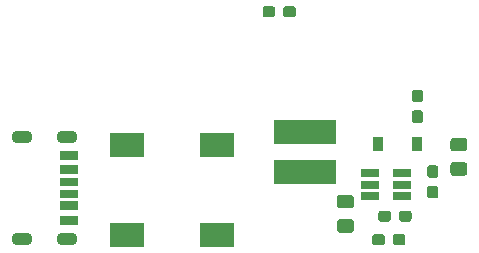
<source format=gtp>
G04 #@! TF.GenerationSoftware,KiCad,Pcbnew,(5.1.5-0)*
G04 #@! TF.CreationDate,2021-10-28T11:32:37-06:00*
G04 #@! TF.ProjectId,TPS61165-heater-v2,54505336-3131-4363-952d-686561746572,rev?*
G04 #@! TF.SameCoordinates,Original*
G04 #@! TF.FileFunction,Paste,Top*
G04 #@! TF.FilePolarity,Positive*
%FSLAX46Y46*%
G04 Gerber Fmt 4.6, Leading zero omitted, Abs format (unit mm)*
G04 Created by KiCad (PCBNEW (5.1.5-0)) date 2021-10-28 11:32:37*
%MOMM*%
%LPD*%
G04 APERTURE LIST*
%ADD10C,0.100000*%
%ADD11R,3.000000X2.000000*%
%ADD12R,1.560000X0.650000*%
%ADD13R,5.300000X2.000000*%
%ADD14O,1.800000X1.100000*%
%ADD15R,1.500000X0.800000*%
%ADD16R,1.500000X0.760000*%
%ADD17R,1.500000X0.700000*%
%ADD18R,0.900000X1.200000*%
G04 APERTURE END LIST*
D10*
G36*
X123124000Y-77850000D02*
G01*
X123124000Y-78650000D01*
X121626000Y-78650000D01*
X121626000Y-77850000D01*
X123124000Y-77850000D01*
G37*
G36*
X123124000Y-79100000D02*
G01*
X123124000Y-79860000D01*
X121626000Y-79860000D01*
X121626000Y-79100000D01*
X123124000Y-79100000D01*
G37*
G36*
X123124000Y-80149000D02*
G01*
X123124000Y-80850000D01*
X121626000Y-80850000D01*
X121626000Y-80149000D01*
X123124000Y-80149000D01*
G37*
G36*
X123124000Y-81150000D02*
G01*
X123124000Y-81851000D01*
X121626000Y-81851000D01*
X121626000Y-81150000D01*
X123124000Y-81150000D01*
G37*
G36*
X123124000Y-82140000D02*
G01*
X123124000Y-82900000D01*
X121626000Y-82900000D01*
X121626000Y-82140000D01*
X123124000Y-82140000D01*
G37*
G36*
X123124000Y-83349000D02*
G01*
X123124000Y-84150000D01*
X121626000Y-84150000D01*
X121626000Y-83349000D01*
X123124000Y-83349000D01*
G37*
D11*
X127300000Y-77390000D03*
X127300000Y-85010000D03*
X134900000Y-85010000D03*
X134900000Y-77390000D03*
D10*
G36*
X148910779Y-84926144D02*
G01*
X148933834Y-84929563D01*
X148956443Y-84935227D01*
X148978387Y-84943079D01*
X148999457Y-84953044D01*
X149019448Y-84965026D01*
X149038168Y-84978910D01*
X149055438Y-84994562D01*
X149071090Y-85011832D01*
X149084974Y-85030552D01*
X149096956Y-85050543D01*
X149106921Y-85071613D01*
X149114773Y-85093557D01*
X149120437Y-85116166D01*
X149123856Y-85139221D01*
X149125000Y-85162500D01*
X149125000Y-85637500D01*
X149123856Y-85660779D01*
X149120437Y-85683834D01*
X149114773Y-85706443D01*
X149106921Y-85728387D01*
X149096956Y-85749457D01*
X149084974Y-85769448D01*
X149071090Y-85788168D01*
X149055438Y-85805438D01*
X149038168Y-85821090D01*
X149019448Y-85834974D01*
X148999457Y-85846956D01*
X148978387Y-85856921D01*
X148956443Y-85864773D01*
X148933834Y-85870437D01*
X148910779Y-85873856D01*
X148887500Y-85875000D01*
X148312500Y-85875000D01*
X148289221Y-85873856D01*
X148266166Y-85870437D01*
X148243557Y-85864773D01*
X148221613Y-85856921D01*
X148200543Y-85846956D01*
X148180552Y-85834974D01*
X148161832Y-85821090D01*
X148144562Y-85805438D01*
X148128910Y-85788168D01*
X148115026Y-85769448D01*
X148103044Y-85749457D01*
X148093079Y-85728387D01*
X148085227Y-85706443D01*
X148079563Y-85683834D01*
X148076144Y-85660779D01*
X148075000Y-85637500D01*
X148075000Y-85162500D01*
X148076144Y-85139221D01*
X148079563Y-85116166D01*
X148085227Y-85093557D01*
X148093079Y-85071613D01*
X148103044Y-85050543D01*
X148115026Y-85030552D01*
X148128910Y-85011832D01*
X148144562Y-84994562D01*
X148161832Y-84978910D01*
X148180552Y-84965026D01*
X148200543Y-84953044D01*
X148221613Y-84943079D01*
X148243557Y-84935227D01*
X148266166Y-84929563D01*
X148289221Y-84926144D01*
X148312500Y-84925000D01*
X148887500Y-84925000D01*
X148910779Y-84926144D01*
G37*
G36*
X150660779Y-84926144D02*
G01*
X150683834Y-84929563D01*
X150706443Y-84935227D01*
X150728387Y-84943079D01*
X150749457Y-84953044D01*
X150769448Y-84965026D01*
X150788168Y-84978910D01*
X150805438Y-84994562D01*
X150821090Y-85011832D01*
X150834974Y-85030552D01*
X150846956Y-85050543D01*
X150856921Y-85071613D01*
X150864773Y-85093557D01*
X150870437Y-85116166D01*
X150873856Y-85139221D01*
X150875000Y-85162500D01*
X150875000Y-85637500D01*
X150873856Y-85660779D01*
X150870437Y-85683834D01*
X150864773Y-85706443D01*
X150856921Y-85728387D01*
X150846956Y-85749457D01*
X150834974Y-85769448D01*
X150821090Y-85788168D01*
X150805438Y-85805438D01*
X150788168Y-85821090D01*
X150769448Y-85834974D01*
X150749457Y-85846956D01*
X150728387Y-85856921D01*
X150706443Y-85864773D01*
X150683834Y-85870437D01*
X150660779Y-85873856D01*
X150637500Y-85875000D01*
X150062500Y-85875000D01*
X150039221Y-85873856D01*
X150016166Y-85870437D01*
X149993557Y-85864773D01*
X149971613Y-85856921D01*
X149950543Y-85846956D01*
X149930552Y-85834974D01*
X149911832Y-85821090D01*
X149894562Y-85805438D01*
X149878910Y-85788168D01*
X149865026Y-85769448D01*
X149853044Y-85749457D01*
X149843079Y-85728387D01*
X149835227Y-85706443D01*
X149829563Y-85683834D01*
X149826144Y-85660779D01*
X149825000Y-85637500D01*
X149825000Y-85162500D01*
X149826144Y-85139221D01*
X149829563Y-85116166D01*
X149835227Y-85093557D01*
X149843079Y-85071613D01*
X149853044Y-85050543D01*
X149865026Y-85030552D01*
X149878910Y-85011832D01*
X149894562Y-84994562D01*
X149911832Y-84978910D01*
X149930552Y-84965026D01*
X149950543Y-84953044D01*
X149971613Y-84943079D01*
X149993557Y-84935227D01*
X150016166Y-84929563D01*
X150039221Y-84926144D01*
X150062500Y-84925000D01*
X150637500Y-84925000D01*
X150660779Y-84926144D01*
G37*
G36*
X139635779Y-65626144D02*
G01*
X139658834Y-65629563D01*
X139681443Y-65635227D01*
X139703387Y-65643079D01*
X139724457Y-65653044D01*
X139744448Y-65665026D01*
X139763168Y-65678910D01*
X139780438Y-65694562D01*
X139796090Y-65711832D01*
X139809974Y-65730552D01*
X139821956Y-65750543D01*
X139831921Y-65771613D01*
X139839773Y-65793557D01*
X139845437Y-65816166D01*
X139848856Y-65839221D01*
X139850000Y-65862500D01*
X139850000Y-66337500D01*
X139848856Y-66360779D01*
X139845437Y-66383834D01*
X139839773Y-66406443D01*
X139831921Y-66428387D01*
X139821956Y-66449457D01*
X139809974Y-66469448D01*
X139796090Y-66488168D01*
X139780438Y-66505438D01*
X139763168Y-66521090D01*
X139744448Y-66534974D01*
X139724457Y-66546956D01*
X139703387Y-66556921D01*
X139681443Y-66564773D01*
X139658834Y-66570437D01*
X139635779Y-66573856D01*
X139612500Y-66575000D01*
X139037500Y-66575000D01*
X139014221Y-66573856D01*
X138991166Y-66570437D01*
X138968557Y-66564773D01*
X138946613Y-66556921D01*
X138925543Y-66546956D01*
X138905552Y-66534974D01*
X138886832Y-66521090D01*
X138869562Y-66505438D01*
X138853910Y-66488168D01*
X138840026Y-66469448D01*
X138828044Y-66449457D01*
X138818079Y-66428387D01*
X138810227Y-66406443D01*
X138804563Y-66383834D01*
X138801144Y-66360779D01*
X138800000Y-66337500D01*
X138800000Y-65862500D01*
X138801144Y-65839221D01*
X138804563Y-65816166D01*
X138810227Y-65793557D01*
X138818079Y-65771613D01*
X138828044Y-65750543D01*
X138840026Y-65730552D01*
X138853910Y-65711832D01*
X138869562Y-65694562D01*
X138886832Y-65678910D01*
X138905552Y-65665026D01*
X138925543Y-65653044D01*
X138946613Y-65643079D01*
X138968557Y-65635227D01*
X138991166Y-65629563D01*
X139014221Y-65626144D01*
X139037500Y-65625000D01*
X139612500Y-65625000D01*
X139635779Y-65626144D01*
G37*
G36*
X141385779Y-65626144D02*
G01*
X141408834Y-65629563D01*
X141431443Y-65635227D01*
X141453387Y-65643079D01*
X141474457Y-65653044D01*
X141494448Y-65665026D01*
X141513168Y-65678910D01*
X141530438Y-65694562D01*
X141546090Y-65711832D01*
X141559974Y-65730552D01*
X141571956Y-65750543D01*
X141581921Y-65771613D01*
X141589773Y-65793557D01*
X141595437Y-65816166D01*
X141598856Y-65839221D01*
X141600000Y-65862500D01*
X141600000Y-66337500D01*
X141598856Y-66360779D01*
X141595437Y-66383834D01*
X141589773Y-66406443D01*
X141581921Y-66428387D01*
X141571956Y-66449457D01*
X141559974Y-66469448D01*
X141546090Y-66488168D01*
X141530438Y-66505438D01*
X141513168Y-66521090D01*
X141494448Y-66534974D01*
X141474457Y-66546956D01*
X141453387Y-66556921D01*
X141431443Y-66564773D01*
X141408834Y-66570437D01*
X141385779Y-66573856D01*
X141362500Y-66575000D01*
X140787500Y-66575000D01*
X140764221Y-66573856D01*
X140741166Y-66570437D01*
X140718557Y-66564773D01*
X140696613Y-66556921D01*
X140675543Y-66546956D01*
X140655552Y-66534974D01*
X140636832Y-66521090D01*
X140619562Y-66505438D01*
X140603910Y-66488168D01*
X140590026Y-66469448D01*
X140578044Y-66449457D01*
X140568079Y-66428387D01*
X140560227Y-66406443D01*
X140554563Y-66383834D01*
X140551144Y-66360779D01*
X140550000Y-66337500D01*
X140550000Y-65862500D01*
X140551144Y-65839221D01*
X140554563Y-65816166D01*
X140560227Y-65793557D01*
X140568079Y-65771613D01*
X140578044Y-65750543D01*
X140590026Y-65730552D01*
X140603910Y-65711832D01*
X140619562Y-65694562D01*
X140636832Y-65678910D01*
X140655552Y-65665026D01*
X140675543Y-65653044D01*
X140696613Y-65643079D01*
X140718557Y-65635227D01*
X140741166Y-65629563D01*
X140764221Y-65626144D01*
X140787500Y-65625000D01*
X141362500Y-65625000D01*
X141385779Y-65626144D01*
G37*
D12*
X147880000Y-80730000D03*
X147880000Y-81680000D03*
X147880000Y-79780000D03*
X150580000Y-79780000D03*
X150580000Y-80730000D03*
X150580000Y-81680000D03*
D13*
X142400000Y-76300000D03*
X142400000Y-79700000D03*
D10*
G36*
X152160779Y-74451144D02*
G01*
X152183834Y-74454563D01*
X152206443Y-74460227D01*
X152228387Y-74468079D01*
X152249457Y-74478044D01*
X152269448Y-74490026D01*
X152288168Y-74503910D01*
X152305438Y-74519562D01*
X152321090Y-74536832D01*
X152334974Y-74555552D01*
X152346956Y-74575543D01*
X152356921Y-74596613D01*
X152364773Y-74618557D01*
X152370437Y-74641166D01*
X152373856Y-74664221D01*
X152375000Y-74687500D01*
X152375000Y-75262500D01*
X152373856Y-75285779D01*
X152370437Y-75308834D01*
X152364773Y-75331443D01*
X152356921Y-75353387D01*
X152346956Y-75374457D01*
X152334974Y-75394448D01*
X152321090Y-75413168D01*
X152305438Y-75430438D01*
X152288168Y-75446090D01*
X152269448Y-75459974D01*
X152249457Y-75471956D01*
X152228387Y-75481921D01*
X152206443Y-75489773D01*
X152183834Y-75495437D01*
X152160779Y-75498856D01*
X152137500Y-75500000D01*
X151662500Y-75500000D01*
X151639221Y-75498856D01*
X151616166Y-75495437D01*
X151593557Y-75489773D01*
X151571613Y-75481921D01*
X151550543Y-75471956D01*
X151530552Y-75459974D01*
X151511832Y-75446090D01*
X151494562Y-75430438D01*
X151478910Y-75413168D01*
X151465026Y-75394448D01*
X151453044Y-75374457D01*
X151443079Y-75353387D01*
X151435227Y-75331443D01*
X151429563Y-75308834D01*
X151426144Y-75285779D01*
X151425000Y-75262500D01*
X151425000Y-74687500D01*
X151426144Y-74664221D01*
X151429563Y-74641166D01*
X151435227Y-74618557D01*
X151443079Y-74596613D01*
X151453044Y-74575543D01*
X151465026Y-74555552D01*
X151478910Y-74536832D01*
X151494562Y-74519562D01*
X151511832Y-74503910D01*
X151530552Y-74490026D01*
X151550543Y-74478044D01*
X151571613Y-74468079D01*
X151593557Y-74460227D01*
X151616166Y-74454563D01*
X151639221Y-74451144D01*
X151662500Y-74450000D01*
X152137500Y-74450000D01*
X152160779Y-74451144D01*
G37*
G36*
X152160779Y-72701144D02*
G01*
X152183834Y-72704563D01*
X152206443Y-72710227D01*
X152228387Y-72718079D01*
X152249457Y-72728044D01*
X152269448Y-72740026D01*
X152288168Y-72753910D01*
X152305438Y-72769562D01*
X152321090Y-72786832D01*
X152334974Y-72805552D01*
X152346956Y-72825543D01*
X152356921Y-72846613D01*
X152364773Y-72868557D01*
X152370437Y-72891166D01*
X152373856Y-72914221D01*
X152375000Y-72937500D01*
X152375000Y-73512500D01*
X152373856Y-73535779D01*
X152370437Y-73558834D01*
X152364773Y-73581443D01*
X152356921Y-73603387D01*
X152346956Y-73624457D01*
X152334974Y-73644448D01*
X152321090Y-73663168D01*
X152305438Y-73680438D01*
X152288168Y-73696090D01*
X152269448Y-73709974D01*
X152249457Y-73721956D01*
X152228387Y-73731921D01*
X152206443Y-73739773D01*
X152183834Y-73745437D01*
X152160779Y-73748856D01*
X152137500Y-73750000D01*
X151662500Y-73750000D01*
X151639221Y-73748856D01*
X151616166Y-73745437D01*
X151593557Y-73739773D01*
X151571613Y-73731921D01*
X151550543Y-73721956D01*
X151530552Y-73709974D01*
X151511832Y-73696090D01*
X151494562Y-73680438D01*
X151478910Y-73663168D01*
X151465026Y-73644448D01*
X151453044Y-73624457D01*
X151443079Y-73603387D01*
X151435227Y-73581443D01*
X151429563Y-73558834D01*
X151426144Y-73535779D01*
X151425000Y-73512500D01*
X151425000Y-72937500D01*
X151426144Y-72914221D01*
X151429563Y-72891166D01*
X151435227Y-72868557D01*
X151443079Y-72846613D01*
X151453044Y-72825543D01*
X151465026Y-72805552D01*
X151478910Y-72786832D01*
X151494562Y-72769562D01*
X151511832Y-72753910D01*
X151530552Y-72740026D01*
X151550543Y-72728044D01*
X151571613Y-72718079D01*
X151593557Y-72710227D01*
X151616166Y-72704563D01*
X151639221Y-72701144D01*
X151662500Y-72700000D01*
X152137500Y-72700000D01*
X152160779Y-72701144D01*
G37*
G36*
X149435779Y-82926144D02*
G01*
X149458834Y-82929563D01*
X149481443Y-82935227D01*
X149503387Y-82943079D01*
X149524457Y-82953044D01*
X149544448Y-82965026D01*
X149563168Y-82978910D01*
X149580438Y-82994562D01*
X149596090Y-83011832D01*
X149609974Y-83030552D01*
X149621956Y-83050543D01*
X149631921Y-83071613D01*
X149639773Y-83093557D01*
X149645437Y-83116166D01*
X149648856Y-83139221D01*
X149650000Y-83162500D01*
X149650000Y-83637500D01*
X149648856Y-83660779D01*
X149645437Y-83683834D01*
X149639773Y-83706443D01*
X149631921Y-83728387D01*
X149621956Y-83749457D01*
X149609974Y-83769448D01*
X149596090Y-83788168D01*
X149580438Y-83805438D01*
X149563168Y-83821090D01*
X149544448Y-83834974D01*
X149524457Y-83846956D01*
X149503387Y-83856921D01*
X149481443Y-83864773D01*
X149458834Y-83870437D01*
X149435779Y-83873856D01*
X149412500Y-83875000D01*
X148837500Y-83875000D01*
X148814221Y-83873856D01*
X148791166Y-83870437D01*
X148768557Y-83864773D01*
X148746613Y-83856921D01*
X148725543Y-83846956D01*
X148705552Y-83834974D01*
X148686832Y-83821090D01*
X148669562Y-83805438D01*
X148653910Y-83788168D01*
X148640026Y-83769448D01*
X148628044Y-83749457D01*
X148618079Y-83728387D01*
X148610227Y-83706443D01*
X148604563Y-83683834D01*
X148601144Y-83660779D01*
X148600000Y-83637500D01*
X148600000Y-83162500D01*
X148601144Y-83139221D01*
X148604563Y-83116166D01*
X148610227Y-83093557D01*
X148618079Y-83071613D01*
X148628044Y-83050543D01*
X148640026Y-83030552D01*
X148653910Y-83011832D01*
X148669562Y-82994562D01*
X148686832Y-82978910D01*
X148705552Y-82965026D01*
X148725543Y-82953044D01*
X148746613Y-82943079D01*
X148768557Y-82935227D01*
X148791166Y-82929563D01*
X148814221Y-82926144D01*
X148837500Y-82925000D01*
X149412500Y-82925000D01*
X149435779Y-82926144D01*
G37*
G36*
X151185779Y-82926144D02*
G01*
X151208834Y-82929563D01*
X151231443Y-82935227D01*
X151253387Y-82943079D01*
X151274457Y-82953044D01*
X151294448Y-82965026D01*
X151313168Y-82978910D01*
X151330438Y-82994562D01*
X151346090Y-83011832D01*
X151359974Y-83030552D01*
X151371956Y-83050543D01*
X151381921Y-83071613D01*
X151389773Y-83093557D01*
X151395437Y-83116166D01*
X151398856Y-83139221D01*
X151400000Y-83162500D01*
X151400000Y-83637500D01*
X151398856Y-83660779D01*
X151395437Y-83683834D01*
X151389773Y-83706443D01*
X151381921Y-83728387D01*
X151371956Y-83749457D01*
X151359974Y-83769448D01*
X151346090Y-83788168D01*
X151330438Y-83805438D01*
X151313168Y-83821090D01*
X151294448Y-83834974D01*
X151274457Y-83846956D01*
X151253387Y-83856921D01*
X151231443Y-83864773D01*
X151208834Y-83870437D01*
X151185779Y-83873856D01*
X151162500Y-83875000D01*
X150587500Y-83875000D01*
X150564221Y-83873856D01*
X150541166Y-83870437D01*
X150518557Y-83864773D01*
X150496613Y-83856921D01*
X150475543Y-83846956D01*
X150455552Y-83834974D01*
X150436832Y-83821090D01*
X150419562Y-83805438D01*
X150403910Y-83788168D01*
X150390026Y-83769448D01*
X150378044Y-83749457D01*
X150368079Y-83728387D01*
X150360227Y-83706443D01*
X150354563Y-83683834D01*
X150351144Y-83660779D01*
X150350000Y-83637500D01*
X150350000Y-83162500D01*
X150351144Y-83139221D01*
X150354563Y-83116166D01*
X150360227Y-83093557D01*
X150368079Y-83071613D01*
X150378044Y-83050543D01*
X150390026Y-83030552D01*
X150403910Y-83011832D01*
X150419562Y-82994562D01*
X150436832Y-82978910D01*
X150455552Y-82965026D01*
X150475543Y-82953044D01*
X150496613Y-82943079D01*
X150518557Y-82935227D01*
X150541166Y-82929563D01*
X150564221Y-82926144D01*
X150587500Y-82925000D01*
X151162500Y-82925000D01*
X151185779Y-82926144D01*
G37*
D14*
X118425000Y-76680000D03*
X118425000Y-85320000D03*
X122225000Y-76680000D03*
X122225000Y-85320000D03*
D15*
X122375000Y-78250000D03*
D16*
X122375000Y-79480000D03*
D17*
X122375000Y-80500000D03*
X122375000Y-81500000D03*
D16*
X122375000Y-82520000D03*
D15*
X122375000Y-83750000D03*
D18*
X148550000Y-77300000D03*
X151850000Y-77300000D03*
D10*
G36*
X146274505Y-83651204D02*
G01*
X146298773Y-83654804D01*
X146322572Y-83660765D01*
X146345671Y-83669030D01*
X146367850Y-83679520D01*
X146388893Y-83692132D01*
X146408599Y-83706747D01*
X146426777Y-83723223D01*
X146443253Y-83741401D01*
X146457868Y-83761107D01*
X146470480Y-83782150D01*
X146480970Y-83804329D01*
X146489235Y-83827428D01*
X146495196Y-83851227D01*
X146498796Y-83875495D01*
X146500000Y-83899999D01*
X146500000Y-84550001D01*
X146498796Y-84574505D01*
X146495196Y-84598773D01*
X146489235Y-84622572D01*
X146480970Y-84645671D01*
X146470480Y-84667850D01*
X146457868Y-84688893D01*
X146443253Y-84708599D01*
X146426777Y-84726777D01*
X146408599Y-84743253D01*
X146388893Y-84757868D01*
X146367850Y-84770480D01*
X146345671Y-84780970D01*
X146322572Y-84789235D01*
X146298773Y-84795196D01*
X146274505Y-84798796D01*
X146250001Y-84800000D01*
X145349999Y-84800000D01*
X145325495Y-84798796D01*
X145301227Y-84795196D01*
X145277428Y-84789235D01*
X145254329Y-84780970D01*
X145232150Y-84770480D01*
X145211107Y-84757868D01*
X145191401Y-84743253D01*
X145173223Y-84726777D01*
X145156747Y-84708599D01*
X145142132Y-84688893D01*
X145129520Y-84667850D01*
X145119030Y-84645671D01*
X145110765Y-84622572D01*
X145104804Y-84598773D01*
X145101204Y-84574505D01*
X145100000Y-84550001D01*
X145100000Y-83899999D01*
X145101204Y-83875495D01*
X145104804Y-83851227D01*
X145110765Y-83827428D01*
X145119030Y-83804329D01*
X145129520Y-83782150D01*
X145142132Y-83761107D01*
X145156747Y-83741401D01*
X145173223Y-83723223D01*
X145191401Y-83706747D01*
X145211107Y-83692132D01*
X145232150Y-83679520D01*
X145254329Y-83669030D01*
X145277428Y-83660765D01*
X145301227Y-83654804D01*
X145325495Y-83651204D01*
X145349999Y-83650000D01*
X146250001Y-83650000D01*
X146274505Y-83651204D01*
G37*
G36*
X146274505Y-81601204D02*
G01*
X146298773Y-81604804D01*
X146322572Y-81610765D01*
X146345671Y-81619030D01*
X146367850Y-81629520D01*
X146388893Y-81642132D01*
X146408599Y-81656747D01*
X146426777Y-81673223D01*
X146443253Y-81691401D01*
X146457868Y-81711107D01*
X146470480Y-81732150D01*
X146480970Y-81754329D01*
X146489235Y-81777428D01*
X146495196Y-81801227D01*
X146498796Y-81825495D01*
X146500000Y-81849999D01*
X146500000Y-82500001D01*
X146498796Y-82524505D01*
X146495196Y-82548773D01*
X146489235Y-82572572D01*
X146480970Y-82595671D01*
X146470480Y-82617850D01*
X146457868Y-82638893D01*
X146443253Y-82658599D01*
X146426777Y-82676777D01*
X146408599Y-82693253D01*
X146388893Y-82707868D01*
X146367850Y-82720480D01*
X146345671Y-82730970D01*
X146322572Y-82739235D01*
X146298773Y-82745196D01*
X146274505Y-82748796D01*
X146250001Y-82750000D01*
X145349999Y-82750000D01*
X145325495Y-82748796D01*
X145301227Y-82745196D01*
X145277428Y-82739235D01*
X145254329Y-82730970D01*
X145232150Y-82720480D01*
X145211107Y-82707868D01*
X145191401Y-82693253D01*
X145173223Y-82676777D01*
X145156747Y-82658599D01*
X145142132Y-82638893D01*
X145129520Y-82617850D01*
X145119030Y-82595671D01*
X145110765Y-82572572D01*
X145104804Y-82548773D01*
X145101204Y-82524505D01*
X145100000Y-82500001D01*
X145100000Y-81849999D01*
X145101204Y-81825495D01*
X145104804Y-81801227D01*
X145110765Y-81777428D01*
X145119030Y-81754329D01*
X145129520Y-81732150D01*
X145142132Y-81711107D01*
X145156747Y-81691401D01*
X145173223Y-81673223D01*
X145191401Y-81656747D01*
X145211107Y-81642132D01*
X145232150Y-81629520D01*
X145254329Y-81619030D01*
X145277428Y-81610765D01*
X145301227Y-81604804D01*
X145325495Y-81601204D01*
X145349999Y-81600000D01*
X146250001Y-81600000D01*
X146274505Y-81601204D01*
G37*
G36*
X155874505Y-78826204D02*
G01*
X155898773Y-78829804D01*
X155922572Y-78835765D01*
X155945671Y-78844030D01*
X155967850Y-78854520D01*
X155988893Y-78867132D01*
X156008599Y-78881747D01*
X156026777Y-78898223D01*
X156043253Y-78916401D01*
X156057868Y-78936107D01*
X156070480Y-78957150D01*
X156080970Y-78979329D01*
X156089235Y-79002428D01*
X156095196Y-79026227D01*
X156098796Y-79050495D01*
X156100000Y-79074999D01*
X156100000Y-79725001D01*
X156098796Y-79749505D01*
X156095196Y-79773773D01*
X156089235Y-79797572D01*
X156080970Y-79820671D01*
X156070480Y-79842850D01*
X156057868Y-79863893D01*
X156043253Y-79883599D01*
X156026777Y-79901777D01*
X156008599Y-79918253D01*
X155988893Y-79932868D01*
X155967850Y-79945480D01*
X155945671Y-79955970D01*
X155922572Y-79964235D01*
X155898773Y-79970196D01*
X155874505Y-79973796D01*
X155850001Y-79975000D01*
X154949999Y-79975000D01*
X154925495Y-79973796D01*
X154901227Y-79970196D01*
X154877428Y-79964235D01*
X154854329Y-79955970D01*
X154832150Y-79945480D01*
X154811107Y-79932868D01*
X154791401Y-79918253D01*
X154773223Y-79901777D01*
X154756747Y-79883599D01*
X154742132Y-79863893D01*
X154729520Y-79842850D01*
X154719030Y-79820671D01*
X154710765Y-79797572D01*
X154704804Y-79773773D01*
X154701204Y-79749505D01*
X154700000Y-79725001D01*
X154700000Y-79074999D01*
X154701204Y-79050495D01*
X154704804Y-79026227D01*
X154710765Y-79002428D01*
X154719030Y-78979329D01*
X154729520Y-78957150D01*
X154742132Y-78936107D01*
X154756747Y-78916401D01*
X154773223Y-78898223D01*
X154791401Y-78881747D01*
X154811107Y-78867132D01*
X154832150Y-78854520D01*
X154854329Y-78844030D01*
X154877428Y-78835765D01*
X154901227Y-78829804D01*
X154925495Y-78826204D01*
X154949999Y-78825000D01*
X155850001Y-78825000D01*
X155874505Y-78826204D01*
G37*
G36*
X155874505Y-76776204D02*
G01*
X155898773Y-76779804D01*
X155922572Y-76785765D01*
X155945671Y-76794030D01*
X155967850Y-76804520D01*
X155988893Y-76817132D01*
X156008599Y-76831747D01*
X156026777Y-76848223D01*
X156043253Y-76866401D01*
X156057868Y-76886107D01*
X156070480Y-76907150D01*
X156080970Y-76929329D01*
X156089235Y-76952428D01*
X156095196Y-76976227D01*
X156098796Y-77000495D01*
X156100000Y-77024999D01*
X156100000Y-77675001D01*
X156098796Y-77699505D01*
X156095196Y-77723773D01*
X156089235Y-77747572D01*
X156080970Y-77770671D01*
X156070480Y-77792850D01*
X156057868Y-77813893D01*
X156043253Y-77833599D01*
X156026777Y-77851777D01*
X156008599Y-77868253D01*
X155988893Y-77882868D01*
X155967850Y-77895480D01*
X155945671Y-77905970D01*
X155922572Y-77914235D01*
X155898773Y-77920196D01*
X155874505Y-77923796D01*
X155850001Y-77925000D01*
X154949999Y-77925000D01*
X154925495Y-77923796D01*
X154901227Y-77920196D01*
X154877428Y-77914235D01*
X154854329Y-77905970D01*
X154832150Y-77895480D01*
X154811107Y-77882868D01*
X154791401Y-77868253D01*
X154773223Y-77851777D01*
X154756747Y-77833599D01*
X154742132Y-77813893D01*
X154729520Y-77792850D01*
X154719030Y-77770671D01*
X154710765Y-77747572D01*
X154704804Y-77723773D01*
X154701204Y-77699505D01*
X154700000Y-77675001D01*
X154700000Y-77024999D01*
X154701204Y-77000495D01*
X154704804Y-76976227D01*
X154710765Y-76952428D01*
X154719030Y-76929329D01*
X154729520Y-76907150D01*
X154742132Y-76886107D01*
X154756747Y-76866401D01*
X154773223Y-76848223D01*
X154791401Y-76831747D01*
X154811107Y-76817132D01*
X154832150Y-76804520D01*
X154854329Y-76794030D01*
X154877428Y-76785765D01*
X154901227Y-76779804D01*
X154925495Y-76776204D01*
X154949999Y-76775000D01*
X155850001Y-76775000D01*
X155874505Y-76776204D01*
G37*
G36*
X153460779Y-79101144D02*
G01*
X153483834Y-79104563D01*
X153506443Y-79110227D01*
X153528387Y-79118079D01*
X153549457Y-79128044D01*
X153569448Y-79140026D01*
X153588168Y-79153910D01*
X153605438Y-79169562D01*
X153621090Y-79186832D01*
X153634974Y-79205552D01*
X153646956Y-79225543D01*
X153656921Y-79246613D01*
X153664773Y-79268557D01*
X153670437Y-79291166D01*
X153673856Y-79314221D01*
X153675000Y-79337500D01*
X153675000Y-79912500D01*
X153673856Y-79935779D01*
X153670437Y-79958834D01*
X153664773Y-79981443D01*
X153656921Y-80003387D01*
X153646956Y-80024457D01*
X153634974Y-80044448D01*
X153621090Y-80063168D01*
X153605438Y-80080438D01*
X153588168Y-80096090D01*
X153569448Y-80109974D01*
X153549457Y-80121956D01*
X153528387Y-80131921D01*
X153506443Y-80139773D01*
X153483834Y-80145437D01*
X153460779Y-80148856D01*
X153437500Y-80150000D01*
X152962500Y-80150000D01*
X152939221Y-80148856D01*
X152916166Y-80145437D01*
X152893557Y-80139773D01*
X152871613Y-80131921D01*
X152850543Y-80121956D01*
X152830552Y-80109974D01*
X152811832Y-80096090D01*
X152794562Y-80080438D01*
X152778910Y-80063168D01*
X152765026Y-80044448D01*
X152753044Y-80024457D01*
X152743079Y-80003387D01*
X152735227Y-79981443D01*
X152729563Y-79958834D01*
X152726144Y-79935779D01*
X152725000Y-79912500D01*
X152725000Y-79337500D01*
X152726144Y-79314221D01*
X152729563Y-79291166D01*
X152735227Y-79268557D01*
X152743079Y-79246613D01*
X152753044Y-79225543D01*
X152765026Y-79205552D01*
X152778910Y-79186832D01*
X152794562Y-79169562D01*
X152811832Y-79153910D01*
X152830552Y-79140026D01*
X152850543Y-79128044D01*
X152871613Y-79118079D01*
X152893557Y-79110227D01*
X152916166Y-79104563D01*
X152939221Y-79101144D01*
X152962500Y-79100000D01*
X153437500Y-79100000D01*
X153460779Y-79101144D01*
G37*
G36*
X153460779Y-80851144D02*
G01*
X153483834Y-80854563D01*
X153506443Y-80860227D01*
X153528387Y-80868079D01*
X153549457Y-80878044D01*
X153569448Y-80890026D01*
X153588168Y-80903910D01*
X153605438Y-80919562D01*
X153621090Y-80936832D01*
X153634974Y-80955552D01*
X153646956Y-80975543D01*
X153656921Y-80996613D01*
X153664773Y-81018557D01*
X153670437Y-81041166D01*
X153673856Y-81064221D01*
X153675000Y-81087500D01*
X153675000Y-81662500D01*
X153673856Y-81685779D01*
X153670437Y-81708834D01*
X153664773Y-81731443D01*
X153656921Y-81753387D01*
X153646956Y-81774457D01*
X153634974Y-81794448D01*
X153621090Y-81813168D01*
X153605438Y-81830438D01*
X153588168Y-81846090D01*
X153569448Y-81859974D01*
X153549457Y-81871956D01*
X153528387Y-81881921D01*
X153506443Y-81889773D01*
X153483834Y-81895437D01*
X153460779Y-81898856D01*
X153437500Y-81900000D01*
X152962500Y-81900000D01*
X152939221Y-81898856D01*
X152916166Y-81895437D01*
X152893557Y-81889773D01*
X152871613Y-81881921D01*
X152850543Y-81871956D01*
X152830552Y-81859974D01*
X152811832Y-81846090D01*
X152794562Y-81830438D01*
X152778910Y-81813168D01*
X152765026Y-81794448D01*
X152753044Y-81774457D01*
X152743079Y-81753387D01*
X152735227Y-81731443D01*
X152729563Y-81708834D01*
X152726144Y-81685779D01*
X152725000Y-81662500D01*
X152725000Y-81087500D01*
X152726144Y-81064221D01*
X152729563Y-81041166D01*
X152735227Y-81018557D01*
X152743079Y-80996613D01*
X152753044Y-80975543D01*
X152765026Y-80955552D01*
X152778910Y-80936832D01*
X152794562Y-80919562D01*
X152811832Y-80903910D01*
X152830552Y-80890026D01*
X152850543Y-80878044D01*
X152871613Y-80868079D01*
X152893557Y-80860227D01*
X152916166Y-80854563D01*
X152939221Y-80851144D01*
X152962500Y-80850000D01*
X153437500Y-80850000D01*
X153460779Y-80851144D01*
G37*
M02*

</source>
